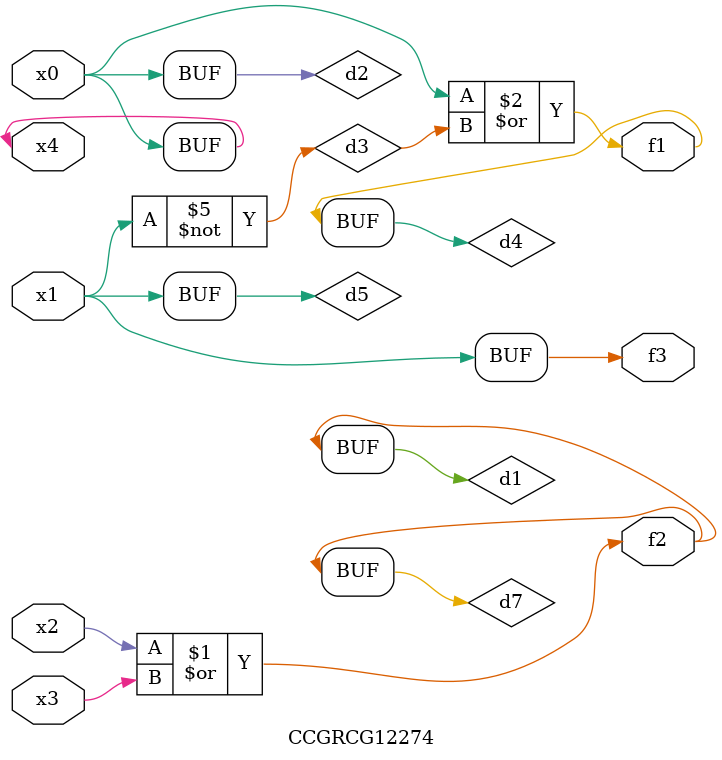
<source format=v>
module CCGRCG12274(
	input x0, x1, x2, x3, x4,
	output f1, f2, f3
);

	wire d1, d2, d3, d4, d5, d6, d7;

	or (d1, x2, x3);
	buf (d2, x0, x4);
	not (d3, x1);
	or (d4, d2, d3);
	not (d5, d3);
	nand (d6, d1, d3);
	or (d7, d1);
	assign f1 = d4;
	assign f2 = d7;
	assign f3 = d5;
endmodule

</source>
